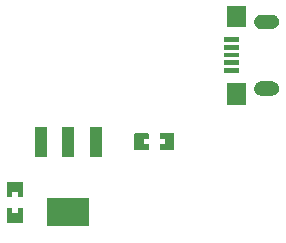
<source format=gtp>
G04 Layer: TopPasteMaskLayer*
G04 EasyEDA v6.5.20, 2023-08-22 18:50:07*
G04 a67cddfb3fce44daa9051d46cbbcc19f,10*
G04 Gerber Generator version 0.2*
G04 Scale: 100 percent, Rotated: No, Reflected: No *
G04 Dimensions in millimeters *
G04 leading zeros omitted , absolute positions ,4 integer and 5 decimal *
%FSLAX45Y45*%
%MOMM*%

%AMMACRO1*21,1,$1,$2,0,0,$3*%
%ADD10R,1.1000X2.5000*%
%ADD11MACRO1,3.6X2.34X0.0000*%

%LPD*%
G36*
X-52476Y-662990D02*
G01*
X-57505Y-668020D01*
X-56997Y-709980D01*
X-13004Y-709980D01*
X-13004Y-754989D01*
X-58013Y-754989D01*
X-57505Y-795985D01*
X-52476Y-801014D01*
X62484Y-801014D01*
X67513Y-795985D01*
X67513Y-668020D01*
X62484Y-662990D01*
G37*
G36*
X-267512Y-662990D02*
G01*
X-272491Y-668020D01*
X-272491Y-795985D01*
X-267512Y-801014D01*
X-152501Y-801014D01*
X-147472Y-795985D01*
X-147980Y-754989D01*
X-192024Y-754989D01*
X-192024Y-709980D01*
X-147523Y-709980D01*
X-147472Y-668020D01*
X-152501Y-662990D01*
G37*
G36*
X-1305001Y-1291996D02*
G01*
X-1345996Y-1292504D01*
X-1350975Y-1297482D01*
X-1350975Y-1412494D01*
X-1345996Y-1417523D01*
X-1217980Y-1417523D01*
X-1213002Y-1412494D01*
X-1213002Y-1297482D01*
X-1217980Y-1292504D01*
X-1259992Y-1293012D01*
X-1259992Y-1337005D01*
X-1305001Y-1337005D01*
G37*
G36*
X-1345996Y-1077518D02*
G01*
X-1350975Y-1082497D01*
X-1350975Y-1197508D01*
X-1345996Y-1202486D01*
X-1305001Y-1201978D01*
X-1305001Y-1157986D01*
X-1259992Y-1157986D01*
X-1259992Y-1202486D01*
X-1217980Y-1202486D01*
X-1213002Y-1197508D01*
X-1213002Y-1082497D01*
X-1217980Y-1077518D01*
G37*
G36*
X483717Y-109982D02*
G01*
X483717Y-150012D01*
X618744Y-150012D01*
X618744Y-109982D01*
G37*
G36*
X483717Y-45008D02*
G01*
X483717Y-84988D01*
X618744Y-84988D01*
X618744Y-45008D01*
G37*
G36*
X483717Y20015D02*
G01*
X483717Y-20015D01*
X618744Y-20015D01*
X618744Y20015D01*
G37*
G36*
X483717Y84988D02*
G01*
X483717Y45008D01*
X618744Y45008D01*
X618744Y84988D01*
G37*
G36*
X483717Y150012D02*
G01*
X483717Y109982D01*
X618744Y109982D01*
X618744Y150012D01*
G37*
G36*
X513740Y420014D02*
G01*
X513740Y240029D01*
X673760Y240029D01*
X673760Y420014D01*
G37*
G36*
X513740Y-239979D02*
G01*
X513740Y-420014D01*
X673760Y-420014D01*
X673760Y-239979D01*
G37*
G36*
X803757Y342493D02*
G01*
X796645Y342087D01*
X793140Y341579D01*
X786231Y339902D01*
X779576Y337413D01*
X773226Y334162D01*
X767334Y330200D01*
X761949Y325577D01*
X757174Y320294D01*
X753008Y314553D01*
X749604Y308305D01*
X748131Y305054D01*
X745896Y298348D01*
X744423Y291388D01*
X743762Y284276D01*
X744016Y277164D01*
X745032Y270154D01*
X746912Y263296D01*
X748131Y259943D01*
X751230Y253542D01*
X754989Y247548D01*
X759460Y242011D01*
X764590Y237083D01*
X767334Y234797D01*
X773226Y230835D01*
X779576Y227584D01*
X786231Y225145D01*
X793140Y223469D01*
X796645Y222910D01*
X803757Y222504D01*
X897331Y222605D01*
X904341Y223469D01*
X907846Y224180D01*
X914653Y226263D01*
X921156Y229108D01*
X927252Y232765D01*
X930148Y234797D01*
X935532Y239471D01*
X940358Y244703D01*
X944473Y250494D01*
X947928Y256692D01*
X950569Y263296D01*
X951636Y266700D01*
X953109Y273659D01*
X953719Y280720D01*
X953516Y287832D01*
X953109Y291388D01*
X951636Y298348D01*
X949350Y305054D01*
X946302Y311454D01*
X942492Y317500D01*
X938021Y322986D01*
X932942Y327964D01*
X927252Y332282D01*
X921156Y335889D01*
X914653Y338734D01*
X907846Y340817D01*
X900836Y342087D01*
X893775Y342493D01*
G37*
G36*
X803757Y-222504D02*
G01*
X796645Y-222910D01*
X789686Y-224180D01*
X786231Y-225094D01*
X779576Y-227584D01*
X773226Y-230835D01*
X767334Y-234797D01*
X761949Y-239471D01*
X757174Y-244703D01*
X754989Y-247497D01*
X751230Y-253542D01*
X748131Y-259943D01*
X745896Y-266700D01*
X745032Y-270154D01*
X744016Y-277164D01*
X743762Y-284276D01*
X744423Y-291338D01*
X745032Y-294843D01*
X746912Y-301701D01*
X748131Y-305054D01*
X751230Y-311454D01*
X754989Y-317500D01*
X759460Y-322986D01*
X764590Y-327964D01*
X770229Y-332282D01*
X776376Y-335889D01*
X782878Y-338734D01*
X786231Y-339902D01*
X793140Y-341528D01*
X796645Y-342087D01*
X803757Y-342493D01*
X897331Y-342392D01*
X904341Y-341528D01*
X911250Y-339902D01*
X917956Y-337413D01*
X924255Y-334162D01*
X930148Y-330200D01*
X932942Y-327964D01*
X938021Y-322986D01*
X942492Y-317500D01*
X946302Y-311454D01*
X949350Y-305054D01*
X951636Y-298297D01*
X953109Y-291338D01*
X953719Y-284276D01*
X953516Y-277164D01*
X952449Y-270154D01*
X951636Y-266700D01*
X949350Y-259943D01*
X946302Y-253542D01*
X942492Y-247497D01*
X938021Y-242011D01*
X932942Y-237032D01*
X927252Y-232714D01*
X921156Y-229108D01*
X914653Y-226263D01*
X907846Y-224180D01*
X900836Y-222910D01*
X893775Y-222504D01*
G37*
D10*
G01*
X-599998Y-732993D03*
G01*
X-829995Y-732993D03*
G01*
X-1059992Y-732993D03*
D11*
G01*
X-829998Y-1327000D03*
M02*

</source>
